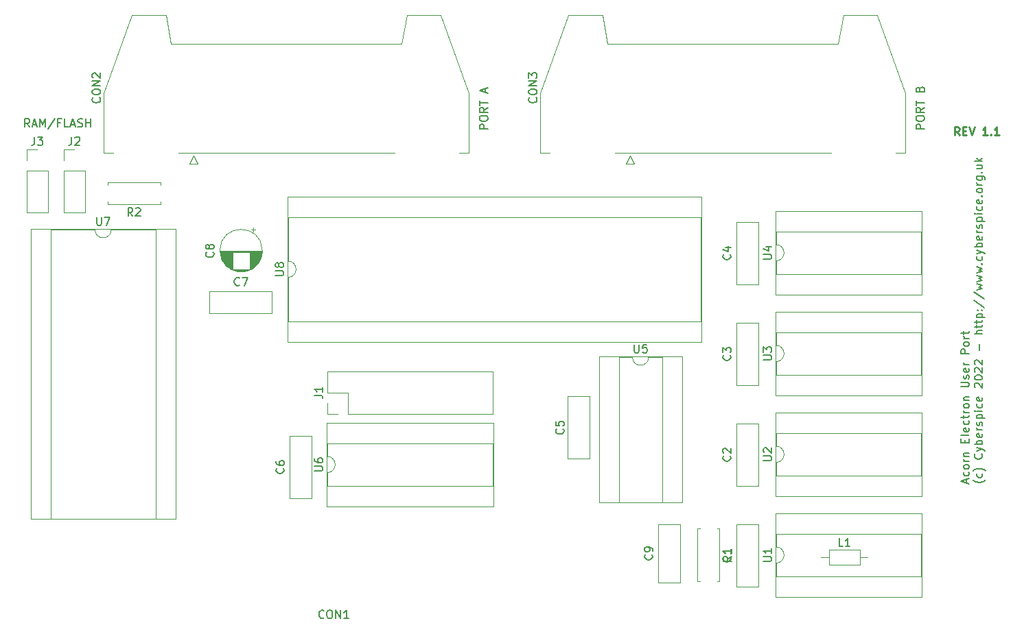
<source format=gbr>
%TF.GenerationSoftware,KiCad,Pcbnew,(5.1.9-0-10_14)*%
%TF.CreationDate,2022-04-10T09:01:30+01:00*%
%TF.ProjectId,ElectronUserPortCartridge,456c6563-7472-46f6-9e55-736572506f72,rev?*%
%TF.SameCoordinates,Original*%
%TF.FileFunction,Legend,Top*%
%TF.FilePolarity,Positive*%
%FSLAX46Y46*%
G04 Gerber Fmt 4.6, Leading zero omitted, Abs format (unit mm)*
G04 Created by KiCad (PCBNEW (5.1.9-0-10_14)) date 2022-04-10 09:01:30*
%MOMM*%
%LPD*%
G01*
G04 APERTURE LIST*
%ADD10C,0.250000*%
%ADD11C,0.150000*%
%ADD12C,0.120000*%
G04 APERTURE END LIST*
D10*
X170390023Y-61666380D02*
X170056690Y-61190190D01*
X169818595Y-61666380D02*
X169818595Y-60666380D01*
X170199547Y-60666380D01*
X170294785Y-60714000D01*
X170342404Y-60761619D01*
X170390023Y-60856857D01*
X170390023Y-60999714D01*
X170342404Y-61094952D01*
X170294785Y-61142571D01*
X170199547Y-61190190D01*
X169818595Y-61190190D01*
X170818595Y-61142571D02*
X171151928Y-61142571D01*
X171294785Y-61666380D02*
X170818595Y-61666380D01*
X170818595Y-60666380D01*
X171294785Y-60666380D01*
X171580500Y-60666380D02*
X171913833Y-61666380D01*
X172247166Y-60666380D01*
X173866214Y-61666380D02*
X173294785Y-61666380D01*
X173580500Y-61666380D02*
X173580500Y-60666380D01*
X173485261Y-60809238D01*
X173390023Y-60904476D01*
X173294785Y-60952095D01*
X174294785Y-61571142D02*
X174342404Y-61618761D01*
X174294785Y-61666380D01*
X174247166Y-61618761D01*
X174294785Y-61571142D01*
X174294785Y-61666380D01*
X175294785Y-61666380D02*
X174723357Y-61666380D01*
X175009071Y-61666380D02*
X175009071Y-60666380D01*
X174913833Y-60809238D01*
X174818595Y-60904476D01*
X174723357Y-60952095D01*
D11*
X55705809Y-60650380D02*
X55372476Y-60174190D01*
X55134380Y-60650380D02*
X55134380Y-59650380D01*
X55515333Y-59650380D01*
X55610571Y-59698000D01*
X55658190Y-59745619D01*
X55705809Y-59840857D01*
X55705809Y-59983714D01*
X55658190Y-60078952D01*
X55610571Y-60126571D01*
X55515333Y-60174190D01*
X55134380Y-60174190D01*
X56086761Y-60364666D02*
X56562952Y-60364666D01*
X55991523Y-60650380D02*
X56324857Y-59650380D01*
X56658190Y-60650380D01*
X56991523Y-60650380D02*
X56991523Y-59650380D01*
X57324857Y-60364666D01*
X57658190Y-59650380D01*
X57658190Y-60650380D01*
X58848666Y-59602761D02*
X57991523Y-60888476D01*
X59515333Y-60126571D02*
X59182000Y-60126571D01*
X59182000Y-60650380D02*
X59182000Y-59650380D01*
X59658190Y-59650380D01*
X60515333Y-60650380D02*
X60039142Y-60650380D01*
X60039142Y-59650380D01*
X60801047Y-60364666D02*
X61277238Y-60364666D01*
X60705809Y-60650380D02*
X61039142Y-59650380D01*
X61372476Y-60650380D01*
X61658190Y-60602761D02*
X61801047Y-60650380D01*
X62039142Y-60650380D01*
X62134380Y-60602761D01*
X62182000Y-60555142D01*
X62229619Y-60459904D01*
X62229619Y-60364666D01*
X62182000Y-60269428D01*
X62134380Y-60221809D01*
X62039142Y-60174190D01*
X61848666Y-60126571D01*
X61753428Y-60078952D01*
X61705809Y-60031333D01*
X61658190Y-59936095D01*
X61658190Y-59840857D01*
X61705809Y-59745619D01*
X61753428Y-59698000D01*
X61848666Y-59650380D01*
X62086761Y-59650380D01*
X62229619Y-59698000D01*
X62658190Y-60650380D02*
X62658190Y-59650380D01*
X62658190Y-60126571D02*
X63229619Y-60126571D01*
X63229619Y-60650380D02*
X63229619Y-59650380D01*
X166060380Y-60878404D02*
X165060380Y-60878404D01*
X165060380Y-60497452D01*
X165108000Y-60402214D01*
X165155619Y-60354595D01*
X165250857Y-60306976D01*
X165393714Y-60306976D01*
X165488952Y-60354595D01*
X165536571Y-60402214D01*
X165584190Y-60497452D01*
X165584190Y-60878404D01*
X165060380Y-59687928D02*
X165060380Y-59497452D01*
X165108000Y-59402214D01*
X165203238Y-59306976D01*
X165393714Y-59259357D01*
X165727047Y-59259357D01*
X165917523Y-59306976D01*
X166012761Y-59402214D01*
X166060380Y-59497452D01*
X166060380Y-59687928D01*
X166012761Y-59783166D01*
X165917523Y-59878404D01*
X165727047Y-59926023D01*
X165393714Y-59926023D01*
X165203238Y-59878404D01*
X165108000Y-59783166D01*
X165060380Y-59687928D01*
X166060380Y-58259357D02*
X165584190Y-58592690D01*
X166060380Y-58830785D02*
X165060380Y-58830785D01*
X165060380Y-58449833D01*
X165108000Y-58354595D01*
X165155619Y-58306976D01*
X165250857Y-58259357D01*
X165393714Y-58259357D01*
X165488952Y-58306976D01*
X165536571Y-58354595D01*
X165584190Y-58449833D01*
X165584190Y-58830785D01*
X165060380Y-57973642D02*
X165060380Y-57402214D01*
X166060380Y-57687928D02*
X165060380Y-57687928D01*
X165536571Y-55973642D02*
X165584190Y-55830785D01*
X165631809Y-55783166D01*
X165727047Y-55735547D01*
X165869904Y-55735547D01*
X165965142Y-55783166D01*
X166012761Y-55830785D01*
X166060380Y-55926023D01*
X166060380Y-56306976D01*
X165060380Y-56306976D01*
X165060380Y-55973642D01*
X165108000Y-55878404D01*
X165155619Y-55830785D01*
X165250857Y-55783166D01*
X165346095Y-55783166D01*
X165441333Y-55830785D01*
X165488952Y-55878404D01*
X165536571Y-55973642D01*
X165536571Y-56306976D01*
X112212380Y-60878404D02*
X111212380Y-60878404D01*
X111212380Y-60497452D01*
X111260000Y-60402214D01*
X111307619Y-60354595D01*
X111402857Y-60306976D01*
X111545714Y-60306976D01*
X111640952Y-60354595D01*
X111688571Y-60402214D01*
X111736190Y-60497452D01*
X111736190Y-60878404D01*
X111212380Y-59687928D02*
X111212380Y-59497452D01*
X111260000Y-59402214D01*
X111355238Y-59306976D01*
X111545714Y-59259357D01*
X111879047Y-59259357D01*
X112069523Y-59306976D01*
X112164761Y-59402214D01*
X112212380Y-59497452D01*
X112212380Y-59687928D01*
X112164761Y-59783166D01*
X112069523Y-59878404D01*
X111879047Y-59926023D01*
X111545714Y-59926023D01*
X111355238Y-59878404D01*
X111260000Y-59783166D01*
X111212380Y-59687928D01*
X112212380Y-58259357D02*
X111736190Y-58592690D01*
X112212380Y-58830785D02*
X111212380Y-58830785D01*
X111212380Y-58449833D01*
X111260000Y-58354595D01*
X111307619Y-58306976D01*
X111402857Y-58259357D01*
X111545714Y-58259357D01*
X111640952Y-58306976D01*
X111688571Y-58354595D01*
X111736190Y-58449833D01*
X111736190Y-58830785D01*
X111212380Y-57973642D02*
X111212380Y-57402214D01*
X112212380Y-57687928D02*
X111212380Y-57687928D01*
X111926666Y-56354595D02*
X111926666Y-55878404D01*
X112212380Y-56449833D02*
X111212380Y-56116500D01*
X112212380Y-55783166D01*
X171299666Y-104614023D02*
X171299666Y-104137833D01*
X171585380Y-104709261D02*
X170585380Y-104375928D01*
X171585380Y-104042595D01*
X171537761Y-103280690D02*
X171585380Y-103375928D01*
X171585380Y-103566404D01*
X171537761Y-103661642D01*
X171490142Y-103709261D01*
X171394904Y-103756880D01*
X171109190Y-103756880D01*
X171013952Y-103709261D01*
X170966333Y-103661642D01*
X170918714Y-103566404D01*
X170918714Y-103375928D01*
X170966333Y-103280690D01*
X171585380Y-102709261D02*
X171537761Y-102804500D01*
X171490142Y-102852119D01*
X171394904Y-102899738D01*
X171109190Y-102899738D01*
X171013952Y-102852119D01*
X170966333Y-102804500D01*
X170918714Y-102709261D01*
X170918714Y-102566404D01*
X170966333Y-102471166D01*
X171013952Y-102423547D01*
X171109190Y-102375928D01*
X171394904Y-102375928D01*
X171490142Y-102423547D01*
X171537761Y-102471166D01*
X171585380Y-102566404D01*
X171585380Y-102709261D01*
X171585380Y-101947357D02*
X170918714Y-101947357D01*
X171109190Y-101947357D02*
X171013952Y-101899738D01*
X170966333Y-101852119D01*
X170918714Y-101756880D01*
X170918714Y-101661642D01*
X170918714Y-101328309D02*
X171585380Y-101328309D01*
X171013952Y-101328309D02*
X170966333Y-101280690D01*
X170918714Y-101185452D01*
X170918714Y-101042595D01*
X170966333Y-100947357D01*
X171061571Y-100899738D01*
X171585380Y-100899738D01*
X171061571Y-99661642D02*
X171061571Y-99328309D01*
X171585380Y-99185452D02*
X171585380Y-99661642D01*
X170585380Y-99661642D01*
X170585380Y-99185452D01*
X171585380Y-98614023D02*
X171537761Y-98709261D01*
X171442523Y-98756880D01*
X170585380Y-98756880D01*
X171537761Y-97852119D02*
X171585380Y-97947357D01*
X171585380Y-98137833D01*
X171537761Y-98233071D01*
X171442523Y-98280690D01*
X171061571Y-98280690D01*
X170966333Y-98233071D01*
X170918714Y-98137833D01*
X170918714Y-97947357D01*
X170966333Y-97852119D01*
X171061571Y-97804500D01*
X171156809Y-97804500D01*
X171252047Y-98280690D01*
X171537761Y-96947357D02*
X171585380Y-97042595D01*
X171585380Y-97233071D01*
X171537761Y-97328309D01*
X171490142Y-97375928D01*
X171394904Y-97423547D01*
X171109190Y-97423547D01*
X171013952Y-97375928D01*
X170966333Y-97328309D01*
X170918714Y-97233071D01*
X170918714Y-97042595D01*
X170966333Y-96947357D01*
X170918714Y-96661642D02*
X170918714Y-96280690D01*
X170585380Y-96518785D02*
X171442523Y-96518785D01*
X171537761Y-96471166D01*
X171585380Y-96375928D01*
X171585380Y-96280690D01*
X171585380Y-95947357D02*
X170918714Y-95947357D01*
X171109190Y-95947357D02*
X171013952Y-95899738D01*
X170966333Y-95852119D01*
X170918714Y-95756880D01*
X170918714Y-95661642D01*
X171585380Y-95185452D02*
X171537761Y-95280690D01*
X171490142Y-95328309D01*
X171394904Y-95375928D01*
X171109190Y-95375928D01*
X171013952Y-95328309D01*
X170966333Y-95280690D01*
X170918714Y-95185452D01*
X170918714Y-95042595D01*
X170966333Y-94947357D01*
X171013952Y-94899738D01*
X171109190Y-94852119D01*
X171394904Y-94852119D01*
X171490142Y-94899738D01*
X171537761Y-94947357D01*
X171585380Y-95042595D01*
X171585380Y-95185452D01*
X170918714Y-94423547D02*
X171585380Y-94423547D01*
X171013952Y-94423547D02*
X170966333Y-94375928D01*
X170918714Y-94280690D01*
X170918714Y-94137833D01*
X170966333Y-94042595D01*
X171061571Y-93994976D01*
X171585380Y-93994976D01*
X170585380Y-92756880D02*
X171394904Y-92756880D01*
X171490142Y-92709261D01*
X171537761Y-92661642D01*
X171585380Y-92566404D01*
X171585380Y-92375928D01*
X171537761Y-92280690D01*
X171490142Y-92233071D01*
X171394904Y-92185452D01*
X170585380Y-92185452D01*
X171537761Y-91756880D02*
X171585380Y-91661642D01*
X171585380Y-91471166D01*
X171537761Y-91375928D01*
X171442523Y-91328309D01*
X171394904Y-91328309D01*
X171299666Y-91375928D01*
X171252047Y-91471166D01*
X171252047Y-91614023D01*
X171204428Y-91709261D01*
X171109190Y-91756880D01*
X171061571Y-91756880D01*
X170966333Y-91709261D01*
X170918714Y-91614023D01*
X170918714Y-91471166D01*
X170966333Y-91375928D01*
X171537761Y-90518785D02*
X171585380Y-90614023D01*
X171585380Y-90804500D01*
X171537761Y-90899738D01*
X171442523Y-90947357D01*
X171061571Y-90947357D01*
X170966333Y-90899738D01*
X170918714Y-90804500D01*
X170918714Y-90614023D01*
X170966333Y-90518785D01*
X171061571Y-90471166D01*
X171156809Y-90471166D01*
X171252047Y-90947357D01*
X171585380Y-90042595D02*
X170918714Y-90042595D01*
X171109190Y-90042595D02*
X171013952Y-89994976D01*
X170966333Y-89947357D01*
X170918714Y-89852119D01*
X170918714Y-89756880D01*
X171585380Y-88661642D02*
X170585380Y-88661642D01*
X170585380Y-88280690D01*
X170633000Y-88185452D01*
X170680619Y-88137833D01*
X170775857Y-88090214D01*
X170918714Y-88090214D01*
X171013952Y-88137833D01*
X171061571Y-88185452D01*
X171109190Y-88280690D01*
X171109190Y-88661642D01*
X171585380Y-87518785D02*
X171537761Y-87614023D01*
X171490142Y-87661642D01*
X171394904Y-87709261D01*
X171109190Y-87709261D01*
X171013952Y-87661642D01*
X170966333Y-87614023D01*
X170918714Y-87518785D01*
X170918714Y-87375928D01*
X170966333Y-87280690D01*
X171013952Y-87233071D01*
X171109190Y-87185452D01*
X171394904Y-87185452D01*
X171490142Y-87233071D01*
X171537761Y-87280690D01*
X171585380Y-87375928D01*
X171585380Y-87518785D01*
X171585380Y-86756880D02*
X170918714Y-86756880D01*
X171109190Y-86756880D02*
X171013952Y-86709261D01*
X170966333Y-86661642D01*
X170918714Y-86566404D01*
X170918714Y-86471166D01*
X170918714Y-86280690D02*
X170918714Y-85899738D01*
X170585380Y-86137833D02*
X171442523Y-86137833D01*
X171537761Y-86090214D01*
X171585380Y-85994976D01*
X171585380Y-85899738D01*
X173616333Y-104280690D02*
X173568714Y-104328309D01*
X173425857Y-104423547D01*
X173330619Y-104471166D01*
X173187761Y-104518785D01*
X172949666Y-104566404D01*
X172759190Y-104566404D01*
X172521095Y-104518785D01*
X172378238Y-104471166D01*
X172283000Y-104423547D01*
X172140142Y-104328309D01*
X172092523Y-104280690D01*
X173187761Y-103471166D02*
X173235380Y-103566404D01*
X173235380Y-103756880D01*
X173187761Y-103852119D01*
X173140142Y-103899738D01*
X173044904Y-103947357D01*
X172759190Y-103947357D01*
X172663952Y-103899738D01*
X172616333Y-103852119D01*
X172568714Y-103756880D01*
X172568714Y-103566404D01*
X172616333Y-103471166D01*
X173616333Y-103137833D02*
X173568714Y-103090214D01*
X173425857Y-102994976D01*
X173330619Y-102947357D01*
X173187761Y-102899738D01*
X172949666Y-102852119D01*
X172759190Y-102852119D01*
X172521095Y-102899738D01*
X172378238Y-102947357D01*
X172283000Y-102994976D01*
X172140142Y-103090214D01*
X172092523Y-103137833D01*
X173140142Y-101042595D02*
X173187761Y-101090214D01*
X173235380Y-101233071D01*
X173235380Y-101328309D01*
X173187761Y-101471166D01*
X173092523Y-101566404D01*
X172997285Y-101614023D01*
X172806809Y-101661642D01*
X172663952Y-101661642D01*
X172473476Y-101614023D01*
X172378238Y-101566404D01*
X172283000Y-101471166D01*
X172235380Y-101328309D01*
X172235380Y-101233071D01*
X172283000Y-101090214D01*
X172330619Y-101042595D01*
X172568714Y-100709261D02*
X173235380Y-100471166D01*
X172568714Y-100233071D02*
X173235380Y-100471166D01*
X173473476Y-100566404D01*
X173521095Y-100614023D01*
X173568714Y-100709261D01*
X173235380Y-99852119D02*
X172235380Y-99852119D01*
X172616333Y-99852119D02*
X172568714Y-99756880D01*
X172568714Y-99566404D01*
X172616333Y-99471166D01*
X172663952Y-99423547D01*
X172759190Y-99375928D01*
X173044904Y-99375928D01*
X173140142Y-99423547D01*
X173187761Y-99471166D01*
X173235380Y-99566404D01*
X173235380Y-99756880D01*
X173187761Y-99852119D01*
X173187761Y-98566404D02*
X173235380Y-98661642D01*
X173235380Y-98852119D01*
X173187761Y-98947357D01*
X173092523Y-98994976D01*
X172711571Y-98994976D01*
X172616333Y-98947357D01*
X172568714Y-98852119D01*
X172568714Y-98661642D01*
X172616333Y-98566404D01*
X172711571Y-98518785D01*
X172806809Y-98518785D01*
X172902047Y-98994976D01*
X173235380Y-98090214D02*
X172568714Y-98090214D01*
X172759190Y-98090214D02*
X172663952Y-98042595D01*
X172616333Y-97994976D01*
X172568714Y-97899738D01*
X172568714Y-97804500D01*
X173187761Y-97518785D02*
X173235380Y-97423547D01*
X173235380Y-97233071D01*
X173187761Y-97137833D01*
X173092523Y-97090214D01*
X173044904Y-97090214D01*
X172949666Y-97137833D01*
X172902047Y-97233071D01*
X172902047Y-97375928D01*
X172854428Y-97471166D01*
X172759190Y-97518785D01*
X172711571Y-97518785D01*
X172616333Y-97471166D01*
X172568714Y-97375928D01*
X172568714Y-97233071D01*
X172616333Y-97137833D01*
X172568714Y-96661642D02*
X173568714Y-96661642D01*
X172616333Y-96661642D02*
X172568714Y-96566404D01*
X172568714Y-96375928D01*
X172616333Y-96280690D01*
X172663952Y-96233071D01*
X172759190Y-96185452D01*
X173044904Y-96185452D01*
X173140142Y-96233071D01*
X173187761Y-96280690D01*
X173235380Y-96375928D01*
X173235380Y-96566404D01*
X173187761Y-96661642D01*
X173235380Y-95756880D02*
X172568714Y-95756880D01*
X172235380Y-95756880D02*
X172283000Y-95804500D01*
X172330619Y-95756880D01*
X172283000Y-95709261D01*
X172235380Y-95756880D01*
X172330619Y-95756880D01*
X173187761Y-94852119D02*
X173235380Y-94947357D01*
X173235380Y-95137833D01*
X173187761Y-95233071D01*
X173140142Y-95280690D01*
X173044904Y-95328309D01*
X172759190Y-95328309D01*
X172663952Y-95280690D01*
X172616333Y-95233071D01*
X172568714Y-95137833D01*
X172568714Y-94947357D01*
X172616333Y-94852119D01*
X173187761Y-94042595D02*
X173235380Y-94137833D01*
X173235380Y-94328309D01*
X173187761Y-94423547D01*
X173092523Y-94471166D01*
X172711571Y-94471166D01*
X172616333Y-94423547D01*
X172568714Y-94328309D01*
X172568714Y-94137833D01*
X172616333Y-94042595D01*
X172711571Y-93994976D01*
X172806809Y-93994976D01*
X172902047Y-94471166D01*
X172330619Y-92852119D02*
X172283000Y-92804500D01*
X172235380Y-92709261D01*
X172235380Y-92471166D01*
X172283000Y-92375928D01*
X172330619Y-92328309D01*
X172425857Y-92280690D01*
X172521095Y-92280690D01*
X172663952Y-92328309D01*
X173235380Y-92899738D01*
X173235380Y-92280690D01*
X172235380Y-91661642D02*
X172235380Y-91566404D01*
X172283000Y-91471166D01*
X172330619Y-91423547D01*
X172425857Y-91375928D01*
X172616333Y-91328309D01*
X172854428Y-91328309D01*
X173044904Y-91375928D01*
X173140142Y-91423547D01*
X173187761Y-91471166D01*
X173235380Y-91566404D01*
X173235380Y-91661642D01*
X173187761Y-91756880D01*
X173140142Y-91804500D01*
X173044904Y-91852119D01*
X172854428Y-91899738D01*
X172616333Y-91899738D01*
X172425857Y-91852119D01*
X172330619Y-91804500D01*
X172283000Y-91756880D01*
X172235380Y-91661642D01*
X172330619Y-90947357D02*
X172283000Y-90899738D01*
X172235380Y-90804500D01*
X172235380Y-90566404D01*
X172283000Y-90471166D01*
X172330619Y-90423547D01*
X172425857Y-90375928D01*
X172521095Y-90375928D01*
X172663952Y-90423547D01*
X173235380Y-90994976D01*
X173235380Y-90375928D01*
X172330619Y-89994976D02*
X172283000Y-89947357D01*
X172235380Y-89852119D01*
X172235380Y-89614023D01*
X172283000Y-89518785D01*
X172330619Y-89471166D01*
X172425857Y-89423547D01*
X172521095Y-89423547D01*
X172663952Y-89471166D01*
X173235380Y-90042595D01*
X173235380Y-89423547D01*
X172854428Y-88233071D02*
X172854428Y-87471166D01*
X173235380Y-86233071D02*
X172235380Y-86233071D01*
X173235380Y-85804500D02*
X172711571Y-85804500D01*
X172616333Y-85852119D01*
X172568714Y-85947357D01*
X172568714Y-86090214D01*
X172616333Y-86185452D01*
X172663952Y-86233071D01*
X172568714Y-85471166D02*
X172568714Y-85090214D01*
X172235380Y-85328309D02*
X173092523Y-85328309D01*
X173187761Y-85280690D01*
X173235380Y-85185452D01*
X173235380Y-85090214D01*
X172568714Y-84899738D02*
X172568714Y-84518785D01*
X172235380Y-84756880D02*
X173092523Y-84756880D01*
X173187761Y-84709261D01*
X173235380Y-84614023D01*
X173235380Y-84518785D01*
X172568714Y-84185452D02*
X173568714Y-84185452D01*
X172616333Y-84185452D02*
X172568714Y-84090214D01*
X172568714Y-83899738D01*
X172616333Y-83804500D01*
X172663952Y-83756880D01*
X172759190Y-83709261D01*
X173044904Y-83709261D01*
X173140142Y-83756880D01*
X173187761Y-83804500D01*
X173235380Y-83899738D01*
X173235380Y-84090214D01*
X173187761Y-84185452D01*
X173140142Y-83280690D02*
X173187761Y-83233071D01*
X173235380Y-83280690D01*
X173187761Y-83328309D01*
X173140142Y-83280690D01*
X173235380Y-83280690D01*
X172616333Y-83280690D02*
X172663952Y-83233071D01*
X172711571Y-83280690D01*
X172663952Y-83328309D01*
X172616333Y-83280690D01*
X172711571Y-83280690D01*
X172187761Y-82090214D02*
X173473476Y-82947357D01*
X172187761Y-81042595D02*
X173473476Y-81899738D01*
X172568714Y-80804500D02*
X173235380Y-80614023D01*
X172759190Y-80423547D01*
X173235380Y-80233071D01*
X172568714Y-80042595D01*
X172568714Y-79756880D02*
X173235380Y-79566404D01*
X172759190Y-79375928D01*
X173235380Y-79185452D01*
X172568714Y-78994976D01*
X172568714Y-78709261D02*
X173235380Y-78518785D01*
X172759190Y-78328309D01*
X173235380Y-78137833D01*
X172568714Y-77947357D01*
X173140142Y-77566404D02*
X173187761Y-77518785D01*
X173235380Y-77566404D01*
X173187761Y-77614023D01*
X173140142Y-77566404D01*
X173235380Y-77566404D01*
X173187761Y-76661642D02*
X173235380Y-76756880D01*
X173235380Y-76947357D01*
X173187761Y-77042595D01*
X173140142Y-77090214D01*
X173044904Y-77137833D01*
X172759190Y-77137833D01*
X172663952Y-77090214D01*
X172616333Y-77042595D01*
X172568714Y-76947357D01*
X172568714Y-76756880D01*
X172616333Y-76661642D01*
X172568714Y-76328309D02*
X173235380Y-76090214D01*
X172568714Y-75852119D02*
X173235380Y-76090214D01*
X173473476Y-76185452D01*
X173521095Y-76233071D01*
X173568714Y-76328309D01*
X173235380Y-75471166D02*
X172235380Y-75471166D01*
X172616333Y-75471166D02*
X172568714Y-75375928D01*
X172568714Y-75185452D01*
X172616333Y-75090214D01*
X172663952Y-75042595D01*
X172759190Y-74994976D01*
X173044904Y-74994976D01*
X173140142Y-75042595D01*
X173187761Y-75090214D01*
X173235380Y-75185452D01*
X173235380Y-75375928D01*
X173187761Y-75471166D01*
X173187761Y-74185452D02*
X173235380Y-74280690D01*
X173235380Y-74471166D01*
X173187761Y-74566404D01*
X173092523Y-74614023D01*
X172711571Y-74614023D01*
X172616333Y-74566404D01*
X172568714Y-74471166D01*
X172568714Y-74280690D01*
X172616333Y-74185452D01*
X172711571Y-74137833D01*
X172806809Y-74137833D01*
X172902047Y-74614023D01*
X173235380Y-73709261D02*
X172568714Y-73709261D01*
X172759190Y-73709261D02*
X172663952Y-73661642D01*
X172616333Y-73614023D01*
X172568714Y-73518785D01*
X172568714Y-73423547D01*
X173187761Y-73137833D02*
X173235380Y-73042595D01*
X173235380Y-72852119D01*
X173187761Y-72756880D01*
X173092523Y-72709261D01*
X173044904Y-72709261D01*
X172949666Y-72756880D01*
X172902047Y-72852119D01*
X172902047Y-72994976D01*
X172854428Y-73090214D01*
X172759190Y-73137833D01*
X172711571Y-73137833D01*
X172616333Y-73090214D01*
X172568714Y-72994976D01*
X172568714Y-72852119D01*
X172616333Y-72756880D01*
X172568714Y-72280690D02*
X173568714Y-72280690D01*
X172616333Y-72280690D02*
X172568714Y-72185452D01*
X172568714Y-71994976D01*
X172616333Y-71899738D01*
X172663952Y-71852119D01*
X172759190Y-71804500D01*
X173044904Y-71804500D01*
X173140142Y-71852119D01*
X173187761Y-71899738D01*
X173235380Y-71994976D01*
X173235380Y-72185452D01*
X173187761Y-72280690D01*
X173235380Y-71375928D02*
X172568714Y-71375928D01*
X172235380Y-71375928D02*
X172283000Y-71423547D01*
X172330619Y-71375928D01*
X172283000Y-71328309D01*
X172235380Y-71375928D01*
X172330619Y-71375928D01*
X173187761Y-70471166D02*
X173235380Y-70566404D01*
X173235380Y-70756880D01*
X173187761Y-70852119D01*
X173140142Y-70899738D01*
X173044904Y-70947357D01*
X172759190Y-70947357D01*
X172663952Y-70899738D01*
X172616333Y-70852119D01*
X172568714Y-70756880D01*
X172568714Y-70566404D01*
X172616333Y-70471166D01*
X173187761Y-69661642D02*
X173235380Y-69756880D01*
X173235380Y-69947357D01*
X173187761Y-70042595D01*
X173092523Y-70090214D01*
X172711571Y-70090214D01*
X172616333Y-70042595D01*
X172568714Y-69947357D01*
X172568714Y-69756880D01*
X172616333Y-69661642D01*
X172711571Y-69614023D01*
X172806809Y-69614023D01*
X172902047Y-70090214D01*
X173140142Y-69185452D02*
X173187761Y-69137833D01*
X173235380Y-69185452D01*
X173187761Y-69233071D01*
X173140142Y-69185452D01*
X173235380Y-69185452D01*
X173235380Y-68566404D02*
X173187761Y-68661642D01*
X173140142Y-68709261D01*
X173044904Y-68756880D01*
X172759190Y-68756880D01*
X172663952Y-68709261D01*
X172616333Y-68661642D01*
X172568714Y-68566404D01*
X172568714Y-68423547D01*
X172616333Y-68328309D01*
X172663952Y-68280690D01*
X172759190Y-68233071D01*
X173044904Y-68233071D01*
X173140142Y-68280690D01*
X173187761Y-68328309D01*
X173235380Y-68423547D01*
X173235380Y-68566404D01*
X173235380Y-67804500D02*
X172568714Y-67804500D01*
X172759190Y-67804500D02*
X172663952Y-67756880D01*
X172616333Y-67709261D01*
X172568714Y-67614023D01*
X172568714Y-67518785D01*
X172568714Y-66756880D02*
X173378238Y-66756880D01*
X173473476Y-66804500D01*
X173521095Y-66852119D01*
X173568714Y-66947357D01*
X173568714Y-67090214D01*
X173521095Y-67185452D01*
X173187761Y-66756880D02*
X173235380Y-66852119D01*
X173235380Y-67042595D01*
X173187761Y-67137833D01*
X173140142Y-67185452D01*
X173044904Y-67233071D01*
X172759190Y-67233071D01*
X172663952Y-67185452D01*
X172616333Y-67137833D01*
X172568714Y-67042595D01*
X172568714Y-66852119D01*
X172616333Y-66756880D01*
X173140142Y-66280690D02*
X173187761Y-66233071D01*
X173235380Y-66280690D01*
X173187761Y-66328309D01*
X173140142Y-66280690D01*
X173235380Y-66280690D01*
X172568714Y-65375928D02*
X173235380Y-65375928D01*
X172568714Y-65804500D02*
X173092523Y-65804500D01*
X173187761Y-65756880D01*
X173235380Y-65661642D01*
X173235380Y-65518785D01*
X173187761Y-65423547D01*
X173140142Y-65375928D01*
X173235380Y-64899738D02*
X172235380Y-64899738D01*
X172854428Y-64804500D02*
X173235380Y-64518785D01*
X172568714Y-64518785D02*
X172949666Y-64899738D01*
D12*
%TO.C,R2*%
X71850000Y-69874000D02*
X71850000Y-70204000D01*
X71850000Y-70204000D02*
X65310000Y-70204000D01*
X65310000Y-70204000D02*
X65310000Y-69874000D01*
X71850000Y-67794000D02*
X71850000Y-67464000D01*
X71850000Y-67464000D02*
X65310000Y-67464000D01*
X65310000Y-67464000D02*
X65310000Y-67794000D01*
%TO.C,R1*%
X140486000Y-110268000D02*
X140816000Y-110268000D01*
X140816000Y-110268000D02*
X140816000Y-116808000D01*
X140816000Y-116808000D02*
X140486000Y-116808000D01*
X138406000Y-110268000D02*
X138076000Y-110268000D01*
X138076000Y-110268000D02*
X138076000Y-116808000D01*
X138076000Y-116808000D02*
X138406000Y-116808000D01*
%TO.C,CON2*%
X76446000Y-65224000D02*
X75946000Y-64224000D01*
X75446000Y-65224000D02*
X76446000Y-65224000D01*
X75946000Y-64224000D02*
X75446000Y-65224000D01*
X108711000Y-63834000D02*
X109886000Y-63834000D01*
X74041000Y-63834000D02*
X100711000Y-63834000D01*
X64866000Y-63834000D02*
X66041000Y-63834000D01*
X109886000Y-56504000D02*
X109886000Y-63834000D01*
X106416000Y-46844000D02*
X109886000Y-56504000D01*
X102226000Y-46844000D02*
X106416000Y-46844000D01*
X101596000Y-50404000D02*
X102226000Y-46844000D01*
X73156000Y-50404000D02*
X101596000Y-50404000D01*
X72526000Y-46844000D02*
X73156000Y-50404000D01*
X68336000Y-46844000D02*
X72526000Y-46844000D01*
X64866000Y-56504000D02*
X68336000Y-46844000D01*
X64866000Y-63834000D02*
X64866000Y-56504000D01*
%TO.C,U1*%
X147708000Y-108398000D02*
X147708000Y-118678000D01*
X165728000Y-108398000D02*
X147708000Y-108398000D01*
X165728000Y-118678000D02*
X165728000Y-108398000D01*
X147708000Y-118678000D02*
X165728000Y-118678000D01*
X147768000Y-110888000D02*
X147768000Y-112538000D01*
X165668000Y-110888000D02*
X147768000Y-110888000D01*
X165668000Y-116188000D02*
X165668000Y-110888000D01*
X147768000Y-116188000D02*
X165668000Y-116188000D01*
X147768000Y-114538000D02*
X147768000Y-116188000D01*
X147768000Y-112538000D02*
G75*
G02*
X147768000Y-114538000I0J-1000000D01*
G01*
%TO.C,C9*%
X133250000Y-109704000D02*
X135990000Y-109704000D01*
X133250000Y-116944000D02*
X135990000Y-116944000D01*
X135990000Y-116944000D02*
X135990000Y-109704000D01*
X133250000Y-116944000D02*
X133250000Y-109704000D01*
%TO.C,U6*%
X92336000Y-97222000D02*
X92336000Y-107502000D01*
X112896000Y-97222000D02*
X92336000Y-97222000D01*
X112896000Y-107502000D02*
X112896000Y-97222000D01*
X92336000Y-107502000D02*
X112896000Y-107502000D01*
X92396000Y-99712000D02*
X92396000Y-101362000D01*
X112836000Y-99712000D02*
X92396000Y-99712000D01*
X112836000Y-105012000D02*
X112836000Y-99712000D01*
X92396000Y-105012000D02*
X112836000Y-105012000D01*
X92396000Y-103362000D02*
X92396000Y-105012000D01*
X92396000Y-101362000D02*
G75*
G02*
X92396000Y-103362000I0J-1000000D01*
G01*
%TO.C,U8*%
X87510000Y-69282000D02*
X87510000Y-87182000D01*
X138550000Y-69282000D02*
X87510000Y-69282000D01*
X138550000Y-87182000D02*
X138550000Y-69282000D01*
X87510000Y-87182000D02*
X138550000Y-87182000D01*
X87570000Y-71772000D02*
X87570000Y-77232000D01*
X138490000Y-71772000D02*
X87570000Y-71772000D01*
X138490000Y-84692000D02*
X138490000Y-71772000D01*
X87570000Y-84692000D02*
X138490000Y-84692000D01*
X87570000Y-79232000D02*
X87570000Y-84692000D01*
X87570000Y-77232000D02*
G75*
G02*
X87570000Y-79232000I0J-1000000D01*
G01*
%TO.C,L1*%
X153340000Y-113792000D02*
X154290000Y-113792000D01*
X159080000Y-113792000D02*
X158130000Y-113792000D01*
X154290000Y-114712000D02*
X158130000Y-114712000D01*
X154290000Y-112872000D02*
X154290000Y-114712000D01*
X158130000Y-112872000D02*
X154290000Y-112872000D01*
X158130000Y-114712000D02*
X158130000Y-112872000D01*
%TO.C,U7*%
X73720000Y-73286000D02*
X55820000Y-73286000D01*
X73720000Y-109086000D02*
X73720000Y-73286000D01*
X55820000Y-109086000D02*
X73720000Y-109086000D01*
X55820000Y-73286000D02*
X55820000Y-109086000D01*
X71230000Y-73346000D02*
X65770000Y-73346000D01*
X71230000Y-109026000D02*
X71230000Y-73346000D01*
X58310000Y-109026000D02*
X71230000Y-109026000D01*
X58310000Y-73346000D02*
X58310000Y-109026000D01*
X63770000Y-73346000D02*
X58310000Y-73346000D01*
X65770000Y-73346000D02*
G75*
G02*
X63770000Y-73346000I-1000000J0D01*
G01*
%TO.C,J1*%
X92396000Y-96072000D02*
X92396000Y-94742000D01*
X93726000Y-96072000D02*
X92396000Y-96072000D01*
X92396000Y-93472000D02*
X92396000Y-90872000D01*
X94996000Y-93472000D02*
X92396000Y-93472000D01*
X94996000Y-96072000D02*
X94996000Y-93472000D01*
X92396000Y-90872000D02*
X112836000Y-90872000D01*
X94996000Y-96072000D02*
X112836000Y-96072000D01*
X112836000Y-96072000D02*
X112836000Y-90872000D01*
%TO.C,C8*%
X83513000Y-73371225D02*
X83013000Y-73371225D01*
X83263000Y-73121225D02*
X83263000Y-73621225D01*
X82072000Y-78527000D02*
X81504000Y-78527000D01*
X82306000Y-78487000D02*
X81270000Y-78487000D01*
X82465000Y-78447000D02*
X81111000Y-78447000D01*
X82593000Y-78407000D02*
X80983000Y-78407000D01*
X82703000Y-78367000D02*
X80873000Y-78367000D01*
X82799000Y-78327000D02*
X80777000Y-78327000D01*
X82886000Y-78287000D02*
X80690000Y-78287000D01*
X82966000Y-78247000D02*
X80610000Y-78247000D01*
X80748000Y-78207000D02*
X80537000Y-78207000D01*
X83039000Y-78207000D02*
X82828000Y-78207000D01*
X80748000Y-78167000D02*
X80469000Y-78167000D01*
X83107000Y-78167000D02*
X82828000Y-78167000D01*
X80748000Y-78127000D02*
X80405000Y-78127000D01*
X83171000Y-78127000D02*
X82828000Y-78127000D01*
X80748000Y-78087000D02*
X80345000Y-78087000D01*
X83231000Y-78087000D02*
X82828000Y-78087000D01*
X80748000Y-78047000D02*
X80288000Y-78047000D01*
X83288000Y-78047000D02*
X82828000Y-78047000D01*
X80748000Y-78007000D02*
X80234000Y-78007000D01*
X83342000Y-78007000D02*
X82828000Y-78007000D01*
X80748000Y-77967000D02*
X80183000Y-77967000D01*
X83393000Y-77967000D02*
X82828000Y-77967000D01*
X80748000Y-77927000D02*
X80135000Y-77927000D01*
X83441000Y-77927000D02*
X82828000Y-77927000D01*
X80748000Y-77887000D02*
X80089000Y-77887000D01*
X83487000Y-77887000D02*
X82828000Y-77887000D01*
X80748000Y-77847000D02*
X80045000Y-77847000D01*
X83531000Y-77847000D02*
X82828000Y-77847000D01*
X80748000Y-77807000D02*
X80003000Y-77807000D01*
X83573000Y-77807000D02*
X82828000Y-77807000D01*
X80748000Y-77767000D02*
X79962000Y-77767000D01*
X83614000Y-77767000D02*
X82828000Y-77767000D01*
X80748000Y-77727000D02*
X79924000Y-77727000D01*
X83652000Y-77727000D02*
X82828000Y-77727000D01*
X80748000Y-77687000D02*
X79887000Y-77687000D01*
X83689000Y-77687000D02*
X82828000Y-77687000D01*
X80748000Y-77647000D02*
X79851000Y-77647000D01*
X83725000Y-77647000D02*
X82828000Y-77647000D01*
X80748000Y-77607000D02*
X79817000Y-77607000D01*
X83759000Y-77607000D02*
X82828000Y-77607000D01*
X80748000Y-77567000D02*
X79784000Y-77567000D01*
X83792000Y-77567000D02*
X82828000Y-77567000D01*
X80748000Y-77527000D02*
X79753000Y-77527000D01*
X83823000Y-77527000D02*
X82828000Y-77527000D01*
X80748000Y-77487000D02*
X79723000Y-77487000D01*
X83853000Y-77487000D02*
X82828000Y-77487000D01*
X80748000Y-77447000D02*
X79693000Y-77447000D01*
X83883000Y-77447000D02*
X82828000Y-77447000D01*
X80748000Y-77407000D02*
X79666000Y-77407000D01*
X83910000Y-77407000D02*
X82828000Y-77407000D01*
X80748000Y-77367000D02*
X79639000Y-77367000D01*
X83937000Y-77367000D02*
X82828000Y-77367000D01*
X80748000Y-77327000D02*
X79613000Y-77327000D01*
X83963000Y-77327000D02*
X82828000Y-77327000D01*
X80748000Y-77287000D02*
X79588000Y-77287000D01*
X83988000Y-77287000D02*
X82828000Y-77287000D01*
X80748000Y-77247000D02*
X79564000Y-77247000D01*
X84012000Y-77247000D02*
X82828000Y-77247000D01*
X80748000Y-77207000D02*
X79541000Y-77207000D01*
X84035000Y-77207000D02*
X82828000Y-77207000D01*
X80748000Y-77167000D02*
X79520000Y-77167000D01*
X84056000Y-77167000D02*
X82828000Y-77167000D01*
X80748000Y-77127000D02*
X79498000Y-77127000D01*
X84078000Y-77127000D02*
X82828000Y-77127000D01*
X80748000Y-77087000D02*
X79478000Y-77087000D01*
X84098000Y-77087000D02*
X82828000Y-77087000D01*
X80748000Y-77047000D02*
X79459000Y-77047000D01*
X84117000Y-77047000D02*
X82828000Y-77047000D01*
X80748000Y-77007000D02*
X79440000Y-77007000D01*
X84136000Y-77007000D02*
X82828000Y-77007000D01*
X80748000Y-76967000D02*
X79423000Y-76967000D01*
X84153000Y-76967000D02*
X82828000Y-76967000D01*
X80748000Y-76927000D02*
X79406000Y-76927000D01*
X84170000Y-76927000D02*
X82828000Y-76927000D01*
X80748000Y-76887000D02*
X79390000Y-76887000D01*
X84186000Y-76887000D02*
X82828000Y-76887000D01*
X80748000Y-76847000D02*
X79374000Y-76847000D01*
X84202000Y-76847000D02*
X82828000Y-76847000D01*
X80748000Y-76807000D02*
X79360000Y-76807000D01*
X84216000Y-76807000D02*
X82828000Y-76807000D01*
X80748000Y-76767000D02*
X79346000Y-76767000D01*
X84230000Y-76767000D02*
X82828000Y-76767000D01*
X80748000Y-76727000D02*
X79333000Y-76727000D01*
X84243000Y-76727000D02*
X82828000Y-76727000D01*
X80748000Y-76687000D02*
X79320000Y-76687000D01*
X84256000Y-76687000D02*
X82828000Y-76687000D01*
X80748000Y-76647000D02*
X79308000Y-76647000D01*
X84268000Y-76647000D02*
X82828000Y-76647000D01*
X80748000Y-76606000D02*
X79297000Y-76606000D01*
X84279000Y-76606000D02*
X82828000Y-76606000D01*
X80748000Y-76566000D02*
X79287000Y-76566000D01*
X84289000Y-76566000D02*
X82828000Y-76566000D01*
X80748000Y-76526000D02*
X79277000Y-76526000D01*
X84299000Y-76526000D02*
X82828000Y-76526000D01*
X80748000Y-76486000D02*
X79268000Y-76486000D01*
X84308000Y-76486000D02*
X82828000Y-76486000D01*
X80748000Y-76446000D02*
X79260000Y-76446000D01*
X84316000Y-76446000D02*
X82828000Y-76446000D01*
X80748000Y-76406000D02*
X79252000Y-76406000D01*
X84324000Y-76406000D02*
X82828000Y-76406000D01*
X80748000Y-76366000D02*
X79245000Y-76366000D01*
X84331000Y-76366000D02*
X82828000Y-76366000D01*
X80748000Y-76326000D02*
X79238000Y-76326000D01*
X84338000Y-76326000D02*
X82828000Y-76326000D01*
X80748000Y-76286000D02*
X79232000Y-76286000D01*
X84344000Y-76286000D02*
X82828000Y-76286000D01*
X80748000Y-76246000D02*
X79227000Y-76246000D01*
X84349000Y-76246000D02*
X82828000Y-76246000D01*
X80748000Y-76206000D02*
X79223000Y-76206000D01*
X84353000Y-76206000D02*
X82828000Y-76206000D01*
X80748000Y-76166000D02*
X79219000Y-76166000D01*
X84357000Y-76166000D02*
X82828000Y-76166000D01*
X84361000Y-76126000D02*
X79215000Y-76126000D01*
X84364000Y-76086000D02*
X79212000Y-76086000D01*
X84366000Y-76046000D02*
X79210000Y-76046000D01*
X84367000Y-76006000D02*
X79209000Y-76006000D01*
X84368000Y-75966000D02*
X79208000Y-75966000D01*
X84368000Y-75926000D02*
X79208000Y-75926000D01*
X84408000Y-75926000D02*
G75*
G03*
X84408000Y-75926000I-2620000J0D01*
G01*
%TO.C,C7*%
X85618000Y-80926000D02*
X85618000Y-83666000D01*
X77878000Y-80926000D02*
X77878000Y-83666000D01*
X77878000Y-83666000D02*
X85618000Y-83666000D01*
X77878000Y-80926000D02*
X85618000Y-80926000D01*
%TO.C,C6*%
X87784000Y-98786000D02*
X90524000Y-98786000D01*
X87784000Y-106526000D02*
X90524000Y-106526000D01*
X90524000Y-106526000D02*
X90524000Y-98786000D01*
X87784000Y-106526000D02*
X87784000Y-98786000D01*
%TO.C,C5*%
X124814000Y-101620000D02*
X122074000Y-101620000D01*
X124814000Y-93880000D02*
X122074000Y-93880000D01*
X122074000Y-93880000D02*
X122074000Y-101620000D01*
X124814000Y-93880000D02*
X124814000Y-101620000D01*
%TO.C,CON3*%
X130294000Y-65224000D02*
X129794000Y-64224000D01*
X129294000Y-65224000D02*
X130294000Y-65224000D01*
X129794000Y-64224000D02*
X129294000Y-65224000D01*
X162559000Y-63834000D02*
X163734000Y-63834000D01*
X127889000Y-63834000D02*
X154559000Y-63834000D01*
X118714000Y-63834000D02*
X119889000Y-63834000D01*
X163734000Y-56504000D02*
X163734000Y-63834000D01*
X160264000Y-46844000D02*
X163734000Y-56504000D01*
X156074000Y-46844000D02*
X160264000Y-46844000D01*
X155444000Y-50404000D02*
X156074000Y-46844000D01*
X127004000Y-50404000D02*
X155444000Y-50404000D01*
X126374000Y-46844000D02*
X127004000Y-50404000D01*
X122184000Y-46844000D02*
X126374000Y-46844000D01*
X118714000Y-56504000D02*
X122184000Y-46844000D01*
X118714000Y-63834000D02*
X118714000Y-56504000D01*
%TO.C,U3*%
X147708000Y-83506000D02*
X147708000Y-93786000D01*
X165728000Y-83506000D02*
X147708000Y-83506000D01*
X165728000Y-93786000D02*
X165728000Y-83506000D01*
X147708000Y-93786000D02*
X165728000Y-93786000D01*
X147768000Y-85996000D02*
X147768000Y-87646000D01*
X165668000Y-85996000D02*
X147768000Y-85996000D01*
X165668000Y-91296000D02*
X165668000Y-85996000D01*
X147768000Y-91296000D02*
X165668000Y-91296000D01*
X147768000Y-89646000D02*
X147768000Y-91296000D01*
X147768000Y-87646000D02*
G75*
G02*
X147768000Y-89646000I0J-1000000D01*
G01*
%TO.C,U4*%
X147708000Y-71060000D02*
X147708000Y-81340000D01*
X165728000Y-71060000D02*
X147708000Y-71060000D01*
X165728000Y-81340000D02*
X165728000Y-71060000D01*
X147708000Y-81340000D02*
X165728000Y-81340000D01*
X147768000Y-73550000D02*
X147768000Y-75200000D01*
X165668000Y-73550000D02*
X147768000Y-73550000D01*
X165668000Y-78850000D02*
X165668000Y-73550000D01*
X147768000Y-78850000D02*
X165668000Y-78850000D01*
X147768000Y-77200000D02*
X147768000Y-78850000D01*
X147768000Y-75200000D02*
G75*
G02*
X147768000Y-77200000I0J-1000000D01*
G01*
%TO.C,U2*%
X147708000Y-95952000D02*
X147708000Y-106232000D01*
X165728000Y-95952000D02*
X147708000Y-95952000D01*
X165728000Y-106232000D02*
X165728000Y-95952000D01*
X147708000Y-106232000D02*
X165728000Y-106232000D01*
X147768000Y-98442000D02*
X147768000Y-100092000D01*
X165668000Y-98442000D02*
X147768000Y-98442000D01*
X165668000Y-103742000D02*
X165668000Y-98442000D01*
X147768000Y-103742000D02*
X165668000Y-103742000D01*
X147768000Y-102092000D02*
X147768000Y-103742000D01*
X147768000Y-100092000D02*
G75*
G02*
X147768000Y-102092000I0J-1000000D01*
G01*
%TO.C,U5*%
X136204000Y-89034000D02*
X125924000Y-89034000D01*
X136204000Y-107054000D02*
X136204000Y-89034000D01*
X125924000Y-107054000D02*
X136204000Y-107054000D01*
X125924000Y-89034000D02*
X125924000Y-107054000D01*
X133714000Y-89094000D02*
X132064000Y-89094000D01*
X133714000Y-106994000D02*
X133714000Y-89094000D01*
X128414000Y-106994000D02*
X133714000Y-106994000D01*
X128414000Y-89094000D02*
X128414000Y-106994000D01*
X130064000Y-89094000D02*
X128414000Y-89094000D01*
X132064000Y-89094000D02*
G75*
G02*
X130064000Y-89094000I-1000000J0D01*
G01*
%TO.C,J3*%
X55312000Y-63440000D02*
X56642000Y-63440000D01*
X55312000Y-64770000D02*
X55312000Y-63440000D01*
X55312000Y-66040000D02*
X57972000Y-66040000D01*
X57972000Y-66040000D02*
X57972000Y-71180000D01*
X55312000Y-66040000D02*
X55312000Y-71180000D01*
X55312000Y-71180000D02*
X57972000Y-71180000D01*
%TO.C,J2*%
X59884000Y-63440000D02*
X61214000Y-63440000D01*
X59884000Y-64770000D02*
X59884000Y-63440000D01*
X59884000Y-66040000D02*
X62544000Y-66040000D01*
X62544000Y-66040000D02*
X62544000Y-71180000D01*
X59884000Y-66040000D02*
X59884000Y-71180000D01*
X59884000Y-71180000D02*
X62544000Y-71180000D01*
%TO.C,C3*%
X142902000Y-84816000D02*
X145642000Y-84816000D01*
X142902000Y-92556000D02*
X145642000Y-92556000D01*
X145642000Y-92556000D02*
X145642000Y-84816000D01*
X142902000Y-92556000D02*
X142902000Y-84816000D01*
%TO.C,C4*%
X142902000Y-72370000D02*
X145642000Y-72370000D01*
X142902000Y-80110000D02*
X145642000Y-80110000D01*
X145642000Y-80110000D02*
X145642000Y-72370000D01*
X142902000Y-80110000D02*
X142902000Y-72370000D01*
%TO.C,C2*%
X142902000Y-97262000D02*
X145642000Y-97262000D01*
X142902000Y-105002000D02*
X145642000Y-105002000D01*
X145642000Y-105002000D02*
X145642000Y-97262000D01*
X142902000Y-105002000D02*
X142902000Y-97262000D01*
%TO.C,C1*%
X142902000Y-109708000D02*
X145642000Y-109708000D01*
X142902000Y-117448000D02*
X145642000Y-117448000D01*
X145642000Y-117448000D02*
X145642000Y-109708000D01*
X142902000Y-117448000D02*
X142902000Y-109708000D01*
%TO.C,R2*%
D11*
X68413333Y-71656380D02*
X68080000Y-71180190D01*
X67841904Y-71656380D02*
X67841904Y-70656380D01*
X68222857Y-70656380D01*
X68318095Y-70704000D01*
X68365714Y-70751619D01*
X68413333Y-70846857D01*
X68413333Y-70989714D01*
X68365714Y-71084952D01*
X68318095Y-71132571D01*
X68222857Y-71180190D01*
X67841904Y-71180190D01*
X68794285Y-70751619D02*
X68841904Y-70704000D01*
X68937142Y-70656380D01*
X69175238Y-70656380D01*
X69270476Y-70704000D01*
X69318095Y-70751619D01*
X69365714Y-70846857D01*
X69365714Y-70942095D01*
X69318095Y-71084952D01*
X68746666Y-71656380D01*
X69365714Y-71656380D01*
%TO.C,R1*%
X142268380Y-113704666D02*
X141792190Y-114038000D01*
X142268380Y-114276095D02*
X141268380Y-114276095D01*
X141268380Y-113895142D01*
X141316000Y-113799904D01*
X141363619Y-113752285D01*
X141458857Y-113704666D01*
X141601714Y-113704666D01*
X141696952Y-113752285D01*
X141744571Y-113799904D01*
X141792190Y-113895142D01*
X141792190Y-114276095D01*
X142268380Y-112752285D02*
X142268380Y-113323714D01*
X142268380Y-113038000D02*
X141268380Y-113038000D01*
X141411238Y-113133238D01*
X141506476Y-113228476D01*
X141554095Y-113323714D01*
%TO.C,CON2*%
X64333142Y-57033285D02*
X64380761Y-57080904D01*
X64428380Y-57223761D01*
X64428380Y-57319000D01*
X64380761Y-57461857D01*
X64285523Y-57557095D01*
X64190285Y-57604714D01*
X63999809Y-57652333D01*
X63856952Y-57652333D01*
X63666476Y-57604714D01*
X63571238Y-57557095D01*
X63476000Y-57461857D01*
X63428380Y-57319000D01*
X63428380Y-57223761D01*
X63476000Y-57080904D01*
X63523619Y-57033285D01*
X63428380Y-56414238D02*
X63428380Y-56223761D01*
X63476000Y-56128523D01*
X63571238Y-56033285D01*
X63761714Y-55985666D01*
X64095047Y-55985666D01*
X64285523Y-56033285D01*
X64380761Y-56128523D01*
X64428380Y-56223761D01*
X64428380Y-56414238D01*
X64380761Y-56509476D01*
X64285523Y-56604714D01*
X64095047Y-56652333D01*
X63761714Y-56652333D01*
X63571238Y-56604714D01*
X63476000Y-56509476D01*
X63428380Y-56414238D01*
X64428380Y-55557095D02*
X63428380Y-55557095D01*
X64428380Y-54985666D01*
X63428380Y-54985666D01*
X63523619Y-54557095D02*
X63476000Y-54509476D01*
X63428380Y-54414238D01*
X63428380Y-54176142D01*
X63476000Y-54080904D01*
X63523619Y-54033285D01*
X63618857Y-53985666D01*
X63714095Y-53985666D01*
X63856952Y-54033285D01*
X64428380Y-54604714D01*
X64428380Y-53985666D01*
%TO.C,U1*%
X146220380Y-114299904D02*
X147029904Y-114299904D01*
X147125142Y-114252285D01*
X147172761Y-114204666D01*
X147220380Y-114109428D01*
X147220380Y-113918952D01*
X147172761Y-113823714D01*
X147125142Y-113776095D01*
X147029904Y-113728476D01*
X146220380Y-113728476D01*
X147220380Y-112728476D02*
X147220380Y-113299904D01*
X147220380Y-113014190D02*
X146220380Y-113014190D01*
X146363238Y-113109428D01*
X146458476Y-113204666D01*
X146506095Y-113299904D01*
%TO.C,C9*%
X132477142Y-113490666D02*
X132524761Y-113538285D01*
X132572380Y-113681142D01*
X132572380Y-113776380D01*
X132524761Y-113919238D01*
X132429523Y-114014476D01*
X132334285Y-114062095D01*
X132143809Y-114109714D01*
X132000952Y-114109714D01*
X131810476Y-114062095D01*
X131715238Y-114014476D01*
X131620000Y-113919238D01*
X131572380Y-113776380D01*
X131572380Y-113681142D01*
X131620000Y-113538285D01*
X131667619Y-113490666D01*
X132572380Y-113014476D02*
X132572380Y-112824000D01*
X132524761Y-112728761D01*
X132477142Y-112681142D01*
X132334285Y-112585904D01*
X132143809Y-112538285D01*
X131762857Y-112538285D01*
X131667619Y-112585904D01*
X131620000Y-112633523D01*
X131572380Y-112728761D01*
X131572380Y-112919238D01*
X131620000Y-113014476D01*
X131667619Y-113062095D01*
X131762857Y-113109714D01*
X132000952Y-113109714D01*
X132096190Y-113062095D01*
X132143809Y-113014476D01*
X132191428Y-112919238D01*
X132191428Y-112728761D01*
X132143809Y-112633523D01*
X132096190Y-112585904D01*
X132000952Y-112538285D01*
%TO.C,U6*%
X90848380Y-103123904D02*
X91657904Y-103123904D01*
X91753142Y-103076285D01*
X91800761Y-103028666D01*
X91848380Y-102933428D01*
X91848380Y-102742952D01*
X91800761Y-102647714D01*
X91753142Y-102600095D01*
X91657904Y-102552476D01*
X90848380Y-102552476D01*
X90848380Y-101647714D02*
X90848380Y-101838190D01*
X90896000Y-101933428D01*
X90943619Y-101981047D01*
X91086476Y-102076285D01*
X91276952Y-102123904D01*
X91657904Y-102123904D01*
X91753142Y-102076285D01*
X91800761Y-102028666D01*
X91848380Y-101933428D01*
X91848380Y-101742952D01*
X91800761Y-101647714D01*
X91753142Y-101600095D01*
X91657904Y-101552476D01*
X91419809Y-101552476D01*
X91324571Y-101600095D01*
X91276952Y-101647714D01*
X91229333Y-101742952D01*
X91229333Y-101933428D01*
X91276952Y-102028666D01*
X91324571Y-102076285D01*
X91419809Y-102123904D01*
%TO.C,U8*%
X86022380Y-78993904D02*
X86831904Y-78993904D01*
X86927142Y-78946285D01*
X86974761Y-78898666D01*
X87022380Y-78803428D01*
X87022380Y-78612952D01*
X86974761Y-78517714D01*
X86927142Y-78470095D01*
X86831904Y-78422476D01*
X86022380Y-78422476D01*
X86450952Y-77803428D02*
X86403333Y-77898666D01*
X86355714Y-77946285D01*
X86260476Y-77993904D01*
X86212857Y-77993904D01*
X86117619Y-77946285D01*
X86070000Y-77898666D01*
X86022380Y-77803428D01*
X86022380Y-77612952D01*
X86070000Y-77517714D01*
X86117619Y-77470095D01*
X86212857Y-77422476D01*
X86260476Y-77422476D01*
X86355714Y-77470095D01*
X86403333Y-77517714D01*
X86450952Y-77612952D01*
X86450952Y-77803428D01*
X86498571Y-77898666D01*
X86546190Y-77946285D01*
X86641428Y-77993904D01*
X86831904Y-77993904D01*
X86927142Y-77946285D01*
X86974761Y-77898666D01*
X87022380Y-77803428D01*
X87022380Y-77612952D01*
X86974761Y-77517714D01*
X86927142Y-77470095D01*
X86831904Y-77422476D01*
X86641428Y-77422476D01*
X86546190Y-77470095D01*
X86498571Y-77517714D01*
X86450952Y-77612952D01*
%TO.C,L1*%
X156043333Y-112466380D02*
X155567142Y-112466380D01*
X155567142Y-111466380D01*
X156900476Y-112466380D02*
X156329047Y-112466380D01*
X156614761Y-112466380D02*
X156614761Y-111466380D01*
X156519523Y-111609238D01*
X156424285Y-111704476D01*
X156329047Y-111752095D01*
%TO.C,U7*%
X64008095Y-71798380D02*
X64008095Y-72607904D01*
X64055714Y-72703142D01*
X64103333Y-72750761D01*
X64198571Y-72798380D01*
X64389047Y-72798380D01*
X64484285Y-72750761D01*
X64531904Y-72703142D01*
X64579523Y-72607904D01*
X64579523Y-71798380D01*
X64960476Y-71798380D02*
X65627142Y-71798380D01*
X65198571Y-72798380D01*
%TO.C,CON1*%
X92003714Y-121253142D02*
X91956095Y-121300761D01*
X91813238Y-121348380D01*
X91718000Y-121348380D01*
X91575142Y-121300761D01*
X91479904Y-121205523D01*
X91432285Y-121110285D01*
X91384666Y-120919809D01*
X91384666Y-120776952D01*
X91432285Y-120586476D01*
X91479904Y-120491238D01*
X91575142Y-120396000D01*
X91718000Y-120348380D01*
X91813238Y-120348380D01*
X91956095Y-120396000D01*
X92003714Y-120443619D01*
X92622761Y-120348380D02*
X92813238Y-120348380D01*
X92908476Y-120396000D01*
X93003714Y-120491238D01*
X93051333Y-120681714D01*
X93051333Y-121015047D01*
X93003714Y-121205523D01*
X92908476Y-121300761D01*
X92813238Y-121348380D01*
X92622761Y-121348380D01*
X92527523Y-121300761D01*
X92432285Y-121205523D01*
X92384666Y-121015047D01*
X92384666Y-120681714D01*
X92432285Y-120491238D01*
X92527523Y-120396000D01*
X92622761Y-120348380D01*
X93479904Y-121348380D02*
X93479904Y-120348380D01*
X94051333Y-121348380D01*
X94051333Y-120348380D01*
X95051333Y-121348380D02*
X94479904Y-121348380D01*
X94765619Y-121348380D02*
X94765619Y-120348380D01*
X94670380Y-120491238D01*
X94575142Y-120586476D01*
X94479904Y-120634095D01*
%TO.C,J1*%
X90848380Y-93805333D02*
X91562666Y-93805333D01*
X91705523Y-93852952D01*
X91800761Y-93948190D01*
X91848380Y-94091047D01*
X91848380Y-94186285D01*
X91848380Y-92805333D02*
X91848380Y-93376761D01*
X91848380Y-93091047D02*
X90848380Y-93091047D01*
X90991238Y-93186285D01*
X91086476Y-93281523D01*
X91134095Y-93376761D01*
%TO.C,C8*%
X78335142Y-76112666D02*
X78382761Y-76160285D01*
X78430380Y-76303142D01*
X78430380Y-76398380D01*
X78382761Y-76541238D01*
X78287523Y-76636476D01*
X78192285Y-76684095D01*
X78001809Y-76731714D01*
X77858952Y-76731714D01*
X77668476Y-76684095D01*
X77573238Y-76636476D01*
X77478000Y-76541238D01*
X77430380Y-76398380D01*
X77430380Y-76303142D01*
X77478000Y-76160285D01*
X77525619Y-76112666D01*
X77858952Y-75541238D02*
X77811333Y-75636476D01*
X77763714Y-75684095D01*
X77668476Y-75731714D01*
X77620857Y-75731714D01*
X77525619Y-75684095D01*
X77478000Y-75636476D01*
X77430380Y-75541238D01*
X77430380Y-75350761D01*
X77478000Y-75255523D01*
X77525619Y-75207904D01*
X77620857Y-75160285D01*
X77668476Y-75160285D01*
X77763714Y-75207904D01*
X77811333Y-75255523D01*
X77858952Y-75350761D01*
X77858952Y-75541238D01*
X77906571Y-75636476D01*
X77954190Y-75684095D01*
X78049428Y-75731714D01*
X78239904Y-75731714D01*
X78335142Y-75684095D01*
X78382761Y-75636476D01*
X78430380Y-75541238D01*
X78430380Y-75350761D01*
X78382761Y-75255523D01*
X78335142Y-75207904D01*
X78239904Y-75160285D01*
X78049428Y-75160285D01*
X77954190Y-75207904D01*
X77906571Y-75255523D01*
X77858952Y-75350761D01*
%TO.C,C7*%
X81581333Y-80153142D02*
X81533714Y-80200761D01*
X81390857Y-80248380D01*
X81295619Y-80248380D01*
X81152761Y-80200761D01*
X81057523Y-80105523D01*
X81009904Y-80010285D01*
X80962285Y-79819809D01*
X80962285Y-79676952D01*
X81009904Y-79486476D01*
X81057523Y-79391238D01*
X81152761Y-79296000D01*
X81295619Y-79248380D01*
X81390857Y-79248380D01*
X81533714Y-79296000D01*
X81581333Y-79343619D01*
X81914666Y-79248380D02*
X82581333Y-79248380D01*
X82152761Y-80248380D01*
%TO.C,C6*%
X87011142Y-102822666D02*
X87058761Y-102870285D01*
X87106380Y-103013142D01*
X87106380Y-103108380D01*
X87058761Y-103251238D01*
X86963523Y-103346476D01*
X86868285Y-103394095D01*
X86677809Y-103441714D01*
X86534952Y-103441714D01*
X86344476Y-103394095D01*
X86249238Y-103346476D01*
X86154000Y-103251238D01*
X86106380Y-103108380D01*
X86106380Y-103013142D01*
X86154000Y-102870285D01*
X86201619Y-102822666D01*
X86106380Y-101965523D02*
X86106380Y-102156000D01*
X86154000Y-102251238D01*
X86201619Y-102298857D01*
X86344476Y-102394095D01*
X86534952Y-102441714D01*
X86915904Y-102441714D01*
X87011142Y-102394095D01*
X87058761Y-102346476D01*
X87106380Y-102251238D01*
X87106380Y-102060761D01*
X87058761Y-101965523D01*
X87011142Y-101917904D01*
X86915904Y-101870285D01*
X86677809Y-101870285D01*
X86582571Y-101917904D01*
X86534952Y-101965523D01*
X86487333Y-102060761D01*
X86487333Y-102251238D01*
X86534952Y-102346476D01*
X86582571Y-102394095D01*
X86677809Y-102441714D01*
%TO.C,C5*%
X121515142Y-97956666D02*
X121562761Y-98004285D01*
X121610380Y-98147142D01*
X121610380Y-98242380D01*
X121562761Y-98385238D01*
X121467523Y-98480476D01*
X121372285Y-98528095D01*
X121181809Y-98575714D01*
X121038952Y-98575714D01*
X120848476Y-98528095D01*
X120753238Y-98480476D01*
X120658000Y-98385238D01*
X120610380Y-98242380D01*
X120610380Y-98147142D01*
X120658000Y-98004285D01*
X120705619Y-97956666D01*
X120610380Y-97051904D02*
X120610380Y-97528095D01*
X121086571Y-97575714D01*
X121038952Y-97528095D01*
X120991333Y-97432857D01*
X120991333Y-97194761D01*
X121038952Y-97099523D01*
X121086571Y-97051904D01*
X121181809Y-97004285D01*
X121419904Y-97004285D01*
X121515142Y-97051904D01*
X121562761Y-97099523D01*
X121610380Y-97194761D01*
X121610380Y-97432857D01*
X121562761Y-97528095D01*
X121515142Y-97575714D01*
%TO.C,CON3*%
X118181142Y-57033285D02*
X118228761Y-57080904D01*
X118276380Y-57223761D01*
X118276380Y-57319000D01*
X118228761Y-57461857D01*
X118133523Y-57557095D01*
X118038285Y-57604714D01*
X117847809Y-57652333D01*
X117704952Y-57652333D01*
X117514476Y-57604714D01*
X117419238Y-57557095D01*
X117324000Y-57461857D01*
X117276380Y-57319000D01*
X117276380Y-57223761D01*
X117324000Y-57080904D01*
X117371619Y-57033285D01*
X117276380Y-56414238D02*
X117276380Y-56223761D01*
X117324000Y-56128523D01*
X117419238Y-56033285D01*
X117609714Y-55985666D01*
X117943047Y-55985666D01*
X118133523Y-56033285D01*
X118228761Y-56128523D01*
X118276380Y-56223761D01*
X118276380Y-56414238D01*
X118228761Y-56509476D01*
X118133523Y-56604714D01*
X117943047Y-56652333D01*
X117609714Y-56652333D01*
X117419238Y-56604714D01*
X117324000Y-56509476D01*
X117276380Y-56414238D01*
X118276380Y-55557095D02*
X117276380Y-55557095D01*
X118276380Y-54985666D01*
X117276380Y-54985666D01*
X117276380Y-54604714D02*
X117276380Y-53985666D01*
X117657333Y-54319000D01*
X117657333Y-54176142D01*
X117704952Y-54080904D01*
X117752571Y-54033285D01*
X117847809Y-53985666D01*
X118085904Y-53985666D01*
X118181142Y-54033285D01*
X118228761Y-54080904D01*
X118276380Y-54176142D01*
X118276380Y-54461857D01*
X118228761Y-54557095D01*
X118181142Y-54604714D01*
%TO.C,U3*%
X146220380Y-89407904D02*
X147029904Y-89407904D01*
X147125142Y-89360285D01*
X147172761Y-89312666D01*
X147220380Y-89217428D01*
X147220380Y-89026952D01*
X147172761Y-88931714D01*
X147125142Y-88884095D01*
X147029904Y-88836476D01*
X146220380Y-88836476D01*
X146220380Y-88455523D02*
X146220380Y-87836476D01*
X146601333Y-88169809D01*
X146601333Y-88026952D01*
X146648952Y-87931714D01*
X146696571Y-87884095D01*
X146791809Y-87836476D01*
X147029904Y-87836476D01*
X147125142Y-87884095D01*
X147172761Y-87931714D01*
X147220380Y-88026952D01*
X147220380Y-88312666D01*
X147172761Y-88407904D01*
X147125142Y-88455523D01*
%TO.C,U4*%
X146220380Y-76961904D02*
X147029904Y-76961904D01*
X147125142Y-76914285D01*
X147172761Y-76866666D01*
X147220380Y-76771428D01*
X147220380Y-76580952D01*
X147172761Y-76485714D01*
X147125142Y-76438095D01*
X147029904Y-76390476D01*
X146220380Y-76390476D01*
X146553714Y-75485714D02*
X147220380Y-75485714D01*
X146172761Y-75723809D02*
X146887047Y-75961904D01*
X146887047Y-75342857D01*
%TO.C,U2*%
X146220380Y-101853904D02*
X147029904Y-101853904D01*
X147125142Y-101806285D01*
X147172761Y-101758666D01*
X147220380Y-101663428D01*
X147220380Y-101472952D01*
X147172761Y-101377714D01*
X147125142Y-101330095D01*
X147029904Y-101282476D01*
X146220380Y-101282476D01*
X146315619Y-100853904D02*
X146268000Y-100806285D01*
X146220380Y-100711047D01*
X146220380Y-100472952D01*
X146268000Y-100377714D01*
X146315619Y-100330095D01*
X146410857Y-100282476D01*
X146506095Y-100282476D01*
X146648952Y-100330095D01*
X147220380Y-100901523D01*
X147220380Y-100282476D01*
%TO.C,U5*%
X130302095Y-87546380D02*
X130302095Y-88355904D01*
X130349714Y-88451142D01*
X130397333Y-88498761D01*
X130492571Y-88546380D01*
X130683047Y-88546380D01*
X130778285Y-88498761D01*
X130825904Y-88451142D01*
X130873523Y-88355904D01*
X130873523Y-87546380D01*
X131825904Y-87546380D02*
X131349714Y-87546380D01*
X131302095Y-88022571D01*
X131349714Y-87974952D01*
X131444952Y-87927333D01*
X131683047Y-87927333D01*
X131778285Y-87974952D01*
X131825904Y-88022571D01*
X131873523Y-88117809D01*
X131873523Y-88355904D01*
X131825904Y-88451142D01*
X131778285Y-88498761D01*
X131683047Y-88546380D01*
X131444952Y-88546380D01*
X131349714Y-88498761D01*
X131302095Y-88451142D01*
%TO.C,J3*%
X56308666Y-61892380D02*
X56308666Y-62606666D01*
X56261047Y-62749523D01*
X56165809Y-62844761D01*
X56022952Y-62892380D01*
X55927714Y-62892380D01*
X56689619Y-61892380D02*
X57308666Y-61892380D01*
X56975333Y-62273333D01*
X57118190Y-62273333D01*
X57213428Y-62320952D01*
X57261047Y-62368571D01*
X57308666Y-62463809D01*
X57308666Y-62701904D01*
X57261047Y-62797142D01*
X57213428Y-62844761D01*
X57118190Y-62892380D01*
X56832476Y-62892380D01*
X56737238Y-62844761D01*
X56689619Y-62797142D01*
%TO.C,J2*%
X60880666Y-61892380D02*
X60880666Y-62606666D01*
X60833047Y-62749523D01*
X60737809Y-62844761D01*
X60594952Y-62892380D01*
X60499714Y-62892380D01*
X61309238Y-61987619D02*
X61356857Y-61940000D01*
X61452095Y-61892380D01*
X61690190Y-61892380D01*
X61785428Y-61940000D01*
X61833047Y-61987619D01*
X61880666Y-62082857D01*
X61880666Y-62178095D01*
X61833047Y-62320952D01*
X61261619Y-62892380D01*
X61880666Y-62892380D01*
%TO.C,C3*%
X142129142Y-88852666D02*
X142176761Y-88900285D01*
X142224380Y-89043142D01*
X142224380Y-89138380D01*
X142176761Y-89281238D01*
X142081523Y-89376476D01*
X141986285Y-89424095D01*
X141795809Y-89471714D01*
X141652952Y-89471714D01*
X141462476Y-89424095D01*
X141367238Y-89376476D01*
X141272000Y-89281238D01*
X141224380Y-89138380D01*
X141224380Y-89043142D01*
X141272000Y-88900285D01*
X141319619Y-88852666D01*
X141224380Y-88519333D02*
X141224380Y-87900285D01*
X141605333Y-88233619D01*
X141605333Y-88090761D01*
X141652952Y-87995523D01*
X141700571Y-87947904D01*
X141795809Y-87900285D01*
X142033904Y-87900285D01*
X142129142Y-87947904D01*
X142176761Y-87995523D01*
X142224380Y-88090761D01*
X142224380Y-88376476D01*
X142176761Y-88471714D01*
X142129142Y-88519333D01*
%TO.C,C4*%
X142129142Y-76406666D02*
X142176761Y-76454285D01*
X142224380Y-76597142D01*
X142224380Y-76692380D01*
X142176761Y-76835238D01*
X142081523Y-76930476D01*
X141986285Y-76978095D01*
X141795809Y-77025714D01*
X141652952Y-77025714D01*
X141462476Y-76978095D01*
X141367238Y-76930476D01*
X141272000Y-76835238D01*
X141224380Y-76692380D01*
X141224380Y-76597142D01*
X141272000Y-76454285D01*
X141319619Y-76406666D01*
X141557714Y-75549523D02*
X142224380Y-75549523D01*
X141176761Y-75787619D02*
X141891047Y-76025714D01*
X141891047Y-75406666D01*
%TO.C,C2*%
X142129142Y-101298666D02*
X142176761Y-101346285D01*
X142224380Y-101489142D01*
X142224380Y-101584380D01*
X142176761Y-101727238D01*
X142081523Y-101822476D01*
X141986285Y-101870095D01*
X141795809Y-101917714D01*
X141652952Y-101917714D01*
X141462476Y-101870095D01*
X141367238Y-101822476D01*
X141272000Y-101727238D01*
X141224380Y-101584380D01*
X141224380Y-101489142D01*
X141272000Y-101346285D01*
X141319619Y-101298666D01*
X141319619Y-100917714D02*
X141272000Y-100870095D01*
X141224380Y-100774857D01*
X141224380Y-100536761D01*
X141272000Y-100441523D01*
X141319619Y-100393904D01*
X141414857Y-100346285D01*
X141510095Y-100346285D01*
X141652952Y-100393904D01*
X142224380Y-100965333D01*
X142224380Y-100346285D01*
%TO.C,C1*%
X142129142Y-113744666D02*
X142176761Y-113792285D01*
X142224380Y-113935142D01*
X142224380Y-114030380D01*
X142176761Y-114173238D01*
X142081523Y-114268476D01*
X141986285Y-114316095D01*
X141795809Y-114363714D01*
X141652952Y-114363714D01*
X141462476Y-114316095D01*
X141367238Y-114268476D01*
X141272000Y-114173238D01*
X141224380Y-114030380D01*
X141224380Y-113935142D01*
X141272000Y-113792285D01*
X141319619Y-113744666D01*
X142224380Y-112792285D02*
X142224380Y-113363714D01*
X142224380Y-113078000D02*
X141224380Y-113078000D01*
X141367238Y-113173238D01*
X141462476Y-113268476D01*
X141510095Y-113363714D01*
%TD*%
M02*

</source>
